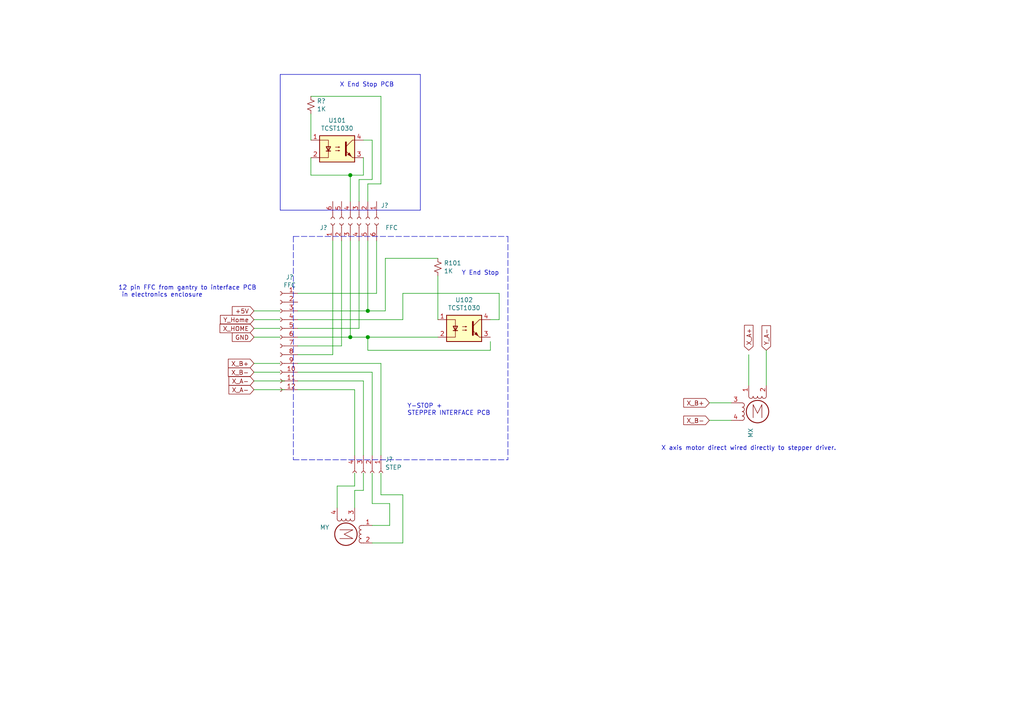
<source format=kicad_sch>
(kicad_sch (version 20210621) (generator eeschema)
  (paper "A4")
  (title_block (title "K40 Laser Gantry wiring") (date "2021-07-31") (rev "1") (company "Hobart Makers") (comment 1 "Geoff Steer") (comment 3 "Circuit diagram copied from https://donsthings.blogspot.com"))
  (lib_symbols
    (symbol "Connector:Conn_01x04_Female" (pin_names (offset 1.016) hide)
      (property "Reference" "J" (at 0 5.08 0))
      (property "Value" "Conn_01x04_Female" (at 0 -7.62 0))
      (symbol "Conn_01x04_Female_1_1"
        (arc (start 0 -4.572) (end 0 -5.588) (radius (at 0 -5.08) (length 0.508) (angles 90.1 -90.1)) (stroke (width 0.1524)))
        (arc (start 0 -2.032) (end 0 -3.048) (radius (at 0 -2.54) (length 0.508) (angles 90.1 -90.1)) (stroke (width 0.1524)))
        (arc (start 0 0.508) (end 0 -0.508) (radius (at 0 0) (length 0.508) (angles 90.1 -90.1)) (stroke (width 0.1524)))
        (arc (start 0 3.048) (end 0 2.032) (radius (at 0 2.54) (length 0.508) (angles 90.1 -90.1)) (stroke (width 0.1524)))
        (polyline (pts (xy -1.27 -5.08) (xy -0.508 -5.08)) (stroke (width 0.1524)))
        (polyline (pts (xy -1.27 -2.54) (xy -0.508 -2.54)) (stroke (width 0.1524)))
        (polyline (pts (xy -1.27 0) (xy -0.508 0)) (stroke (width 0.1524)))
        (polyline (pts (xy -1.27 2.54) (xy -0.508 2.54)) (stroke (width 0.1524)))
        (pin passive line (at -5.08 2.54 0) (length 3.81) (name "Pin_1") (number "1"))
        (pin passive line (at -5.08 0 0) (length 3.81) (name "Pin_2") (number "2"))
        (pin passive line (at -5.08 -2.54 0) (length 3.81) (name "Pin_3") (number "3"))
        (pin passive line (at -5.08 -5.08 0) (length 3.81) (name "Pin_4") (number "4"))
      )
    )
    (symbol "Connector:Conn_01x06_Female" (pin_names (offset 1.016) hide)
      (property "Reference" "J" (at 0 7.62 0))
      (property "Value" "Conn_01x06_Female" (at 0 -10.16 0))
      (symbol "Conn_01x06_Female_1_1"
        (arc (start 0 -7.112) (end 0 -8.128) (radius (at 0 -7.62) (length 0.508) (angles 90.1 -90.1)) (stroke (width 0.1524)))
        (arc (start 0 -4.572) (end 0 -5.588) (radius (at 0 -5.08) (length 0.508) (angles 90.1 -90.1)) (stroke (width 0.1524)))
        (arc (start 0 -2.032) (end 0 -3.048) (radius (at 0 -2.54) (length 0.508) (angles 90.1 -90.1)) (stroke (width 0.1524)))
        (arc (start 0 0.508) (end 0 -0.508) (radius (at 0 0) (length 0.508) (angles 90.1 -90.1)) (stroke (width 0.1524)))
        (arc (start 0 3.048) (end 0 2.032) (radius (at 0 2.54) (length 0.508) (angles 90.1 -90.1)) (stroke (width 0.1524)))
        (arc (start 0 5.588) (end 0 4.572) (radius (at 0 5.08) (length 0.508) (angles 90.1 -90.1)) (stroke (width 0.1524)))
        (polyline (pts (xy -1.27 -7.62) (xy -0.508 -7.62)) (stroke (width 0.1524)))
        (polyline (pts (xy -1.27 -5.08) (xy -0.508 -5.08)) (stroke (width 0.1524)))
        (polyline (pts (xy -1.27 -2.54) (xy -0.508 -2.54)) (stroke (width 0.1524)))
        (polyline (pts (xy -1.27 0) (xy -0.508 0)) (stroke (width 0.1524)))
        (polyline (pts (xy -1.27 2.54) (xy -0.508 2.54)) (stroke (width 0.1524)))
        (polyline (pts (xy -1.27 5.08) (xy -0.508 5.08)) (stroke (width 0.1524)))
        (pin passive line (at -5.08 5.08 0) (length 3.81) (name "Pin_1") (number "1"))
        (pin passive line (at -5.08 2.54 0) (length 3.81) (name "Pin_2") (number "2"))
        (pin passive line (at -5.08 0 0) (length 3.81) (name "Pin_3") (number "3"))
        (pin passive line (at -5.08 -2.54 0) (length 3.81) (name "Pin_4") (number "4"))
        (pin passive line (at -5.08 -5.08 0) (length 3.81) (name "Pin_5") (number "5"))
        (pin passive line (at -5.08 -7.62 0) (length 3.81) (name "Pin_6") (number "6"))
      )
    )
    (symbol "Connector:Conn_01x12_Female" (pin_names (offset 1.016) hide)
      (property "Reference" "J" (at 0 15.24 0))
      (property "Value" "Conn_01x12_Female" (at 0 -17.78 0))
      (symbol "Conn_01x12_Female_1_1"
        (arc (start 0 -14.732) (end 0 -15.748) (radius (at 0 -15.24) (length 0.508) (angles 90.1 -90.1)) (stroke (width 0.1524)))
        (arc (start 0 -12.192) (end 0 -13.208) (radius (at 0 -12.7) (length 0.508) (angles 90.1 -90.1)) (stroke (width 0.1524)))
        (arc (start 0 -9.652) (end 0 -10.668) (radius (at 0 -10.16) (length 0.508) (angles 90.1 -90.1)) (stroke (width 0.1524)))
        (arc (start 0 -7.112) (end 0 -8.128) (radius (at 0 -7.62) (length 0.508) (angles 90.1 -90.1)) (stroke (width 0.1524)))
        (arc (start 0 -4.572) (end 0 -5.588) (radius (at 0 -5.08) (length 0.508) (angles 90.1 -90.1)) (stroke (width 0.1524)))
        (arc (start 0 -2.032) (end 0 -3.048) (radius (at 0 -2.54) (length 0.508) (angles 90.1 -90.1)) (stroke (width 0.1524)))
        (arc (start 0 0.508) (end 0 -0.508) (radius (at 0 0) (length 0.508) (angles 90.1 -90.1)) (stroke (width 0.1524)))
        (arc (start 0 3.048) (end 0 2.032) (radius (at 0 2.54) (length 0.508) (angles 90.1 -90.1)) (stroke (width 0.1524)))
        (arc (start 0 5.588) (end 0 4.572) (radius (at 0 5.08) (length 0.508) (angles 90.1 -90.1)) (stroke (width 0.1524)))
        (arc (start 0 8.128) (end 0 7.112) (radius (at 0 7.62) (length 0.508) (angles 90.1 -90.1)) (stroke (width 0.1524)))
        (arc (start 0 10.668) (end 0 9.652) (radius (at 0 10.16) (length 0.508) (angles 90.1 -90.1)) (stroke (width 0.1524)))
        (arc (start 0 13.208) (end 0 12.192) (radius (at 0 12.7) (length 0.508) (angles 90.1 -90.1)) (stroke (width 0.1524)))
        (polyline (pts (xy -1.27 -15.24) (xy -0.508 -15.24)) (stroke (width 0.1524)))
        (polyline (pts (xy -1.27 -12.7) (xy -0.508 -12.7)) (stroke (width 0.1524)))
        (polyline (pts (xy -1.27 -10.16) (xy -0.508 -10.16)) (stroke (width 0.1524)))
        (polyline (pts (xy -1.27 -7.62) (xy -0.508 -7.62)) (stroke (width 0.1524)))
        (polyline (pts (xy -1.27 -5.08) (xy -0.508 -5.08)) (stroke (width 0.1524)))
        (polyline (pts (xy -1.27 -2.54) (xy -0.508 -2.54)) (stroke (width 0.1524)))
        (polyline (pts (xy -1.27 0) (xy -0.508 0)) (stroke (width 0.1524)))
        (polyline (pts (xy -1.27 2.54) (xy -0.508 2.54)) (stroke (width 0.1524)))
        (polyline (pts (xy -1.27 5.08) (xy -0.508 5.08)) (stroke (width 0.1524)))
        (polyline (pts (xy -1.27 7.62) (xy -0.508 7.62)) (stroke (width 0.1524)))
        (polyline (pts (xy -1.27 10.16) (xy -0.508 10.16)) (stroke (width 0.1524)))
        (polyline (pts (xy -1.27 12.7) (xy -0.508 12.7)) (stroke (width 0.1524)))
        (pin passive line (at -5.08 12.7 0) (length 3.81) (name "Pin_1") (number "1"))
        (pin passive line (at -5.08 -10.16 0) (length 3.81) (name "Pin_10") (number "10"))
        (pin passive line (at -5.08 -12.7 0) (length 3.81) (name "Pin_11") (number "11"))
        (pin passive line (at -5.08 -15.24 0) (length 3.81) (name "Pin_12") (number "12"))
        (pin passive line (at -5.08 10.16 0) (length 3.81) (name "Pin_2") (number "2"))
        (pin passive line (at -5.08 7.62 0) (length 3.81) (name "Pin_3") (number "3"))
        (pin passive line (at -5.08 5.08 0) (length 3.81) (name "Pin_4") (number "4"))
        (pin passive line (at -5.08 2.54 0) (length 3.81) (name "Pin_5") (number "5"))
        (pin passive line (at -5.08 0 0) (length 3.81) (name "Pin_6") (number "6"))
        (pin passive line (at -5.08 -2.54 0) (length 3.81) (name "Pin_7") (number "7"))
        (pin passive line (at -5.08 -5.08 0) (length 3.81) (name "Pin_8") (number "8"))
        (pin passive line (at -5.08 -7.62 0) (length 3.81) (name "Pin_9") (number "9"))
      )
    )
    (symbol "Device:R_Small_US" (pin_numbers hide) (pin_names (offset 0.254) hide)
      (property "Reference" "R" (at 0.762 0.508 0))
      (property "Value" "R_Small_US" (at 0.762 -1.016 0))
      (symbol "R_Small_US_1_1"
        (polyline (pts (xy 0 0) (xy 1.016 -0.381) (xy 0 -0.762) (xy -1.016 -1.143) (xy 0 -1.524)))
        (polyline (pts (xy 0 1.524) (xy 1.016 1.143) (xy 0 0.762) (xy -1.016 0.381) (xy 0 0)))
        (pin passive line (at 0 2.54 270) (length 1.016) (name "~") (number "1"))
        (pin passive line (at 0 -2.54 90) (length 1.016) (name "~") (number "2"))
      )
    )
    (symbol "Isolator:EL817" (pin_names (offset 1.016))
      (property "Reference" "U" (at -5.08 5.08 0))
      (property "Value" "EL817" (at 0 5.08 0))
      (symbol "EL817_0_1"
        (rectangle (start -5.08 3.81) (end 5.08 -3.81) (stroke (width 0.254)) (fill (type background)))
        (polyline (pts (xy -3.175 -0.635) (xy -1.905 -0.635)) (stroke (width 0.254)))
        (polyline (pts (xy 2.54 0.635) (xy 4.445 2.54)))
        (polyline (pts (xy 4.445 -2.54) (xy 5.08 -2.54)))
        (polyline (pts (xy 4.445 2.54) (xy 5.08 2.54)))
        (polyline (pts (xy -5.08 2.54) (xy -2.54 2.54) (xy -2.54 -0.635)))
        (polyline (pts (xy -2.54 -0.635) (xy -2.54 -2.54) (xy -5.08 -2.54)))
        (polyline (pts (xy 2.54 1.905) (xy 2.54 -1.905) (xy 2.54 -1.905)) (stroke (width 0.508)))
        (polyline (pts (xy -2.54 -0.635) (xy -3.175 0.635) (xy -1.905 0.635) (xy -2.54 -0.635)) (stroke (width 0.254)))
        (polyline (pts (xy -0.508 -0.508) (xy 0.762 -0.508) (xy 0.381 -0.635) (xy 0.381 -0.381) (xy 0.762 -0.508)))
        (polyline (pts (xy -0.508 0.508) (xy 0.762 0.508) (xy 0.381 0.381) (xy 0.381 0.635) (xy 0.762 0.508)))
        (polyline (pts (xy 4.445 -2.54) (xy 2.54 -0.635)) (fill (type outline)))
        (polyline (pts (xy 3.048 -1.651) (xy 3.556 -1.143) (xy 4.064 -2.159) (xy 3.048 -1.651) (xy 3.048 -1.651)) (fill (type outline)))
      )
      (symbol "EL817_1_1"
        (pin passive line (at -7.62 2.54 0) (length 2.54) (name "~") (number "1"))
        (pin passive line (at -7.62 -2.54 0) (length 2.54) (name "~") (number "2"))
        (pin passive line (at 7.62 -2.54 180) (length 2.54) (name "~") (number "3"))
        (pin passive line (at 7.62 2.54 180) (length 2.54) (name "~") (number "4"))
      )
    )
    (symbol "Motor:Stepper_Motor_bipolar" (pin_names (offset 0) hide)
      (property "Reference" "M" (at 3.81 2.54 0))
      (property "Value" "Stepper_Motor_bipolar" (at 3.81 1.27 0))
      (symbol "Stepper_Motor_bipolar_0_0"
        (polyline (pts (xy -1.27 -1.778) (xy -1.27 2.032) (xy 0 -0.508) (xy 1.27 2.032) (xy 1.27 -1.778)))
      )
      (symbol "Stepper_Motor_bipolar_0_1"
        (arc (start -4.445 -2.54) (end -4.445 -1.27) (radius (at -4.445 -1.905) (length 0.635) (angles -89.9 89.9)))
        (arc (start -4.445 -1.27) (end -4.445 0) (radius (at -4.445 -0.635) (length 0.635) (angles -89.9 89.9)))
        (arc (start -4.445 0) (end -4.445 1.27) (radius (at -4.445 0.635) (length 0.635) (angles -89.9 89.9)))
        (arc (start -4.445 1.27) (end -4.445 2.54) (radius (at -4.445 1.905) (length 0.635) (angles -89.9 89.9)))
        (arc (start -2.54 4.445) (end -1.27 4.445) (radius (at -1.905 4.445) (length 0.635) (angles -179.9 -0.1)))
        (arc (start -1.27 4.445) (end 0 4.445) (radius (at -0.635 4.445) (length 0.635) (angles -179.9 -0.1)))
        (arc (start 0 4.445) (end 1.27 4.445) (radius (at 0.635 4.445) (length 0.635) (angles -179.9 -0.1)))
        (arc (start 1.27 4.445) (end 2.54 4.445) (radius (at 1.905 4.445) (length 0.635) (angles -179.9 -0.1)))
        (circle (center 0 0) (radius 3.2512) (stroke (width 0.254)))
        (polyline (pts (xy -5.08 -2.54) (xy -4.445 -2.54)))
        (polyline (pts (xy -5.08 2.54) (xy -4.445 2.54)))
        (polyline (pts (xy -2.54 5.08) (xy -2.54 4.445)))
        (polyline (pts (xy 2.54 5.08) (xy 2.54 4.445)))
      )
      (symbol "Stepper_Motor_bipolar_1_1"
        (pin passive line (at -2.54 7.62 270) (length 2.54) (name "~") (number "1"))
        (pin passive line (at 2.54 7.62 270) (length 2.54) (name "-") (number "2"))
        (pin passive line (at -7.62 2.54 0) (length 2.54) (name "~") (number "3"))
        (pin passive line (at -7.62 -2.54 0) (length 2.54) (name "~") (number "4"))
      )
    )
  )
  (junction (at 101.6 50.8) (diameter 1.016))
  (junction (at 101.6 97.79) (diameter 1.016))
  (junction (at 106.68 90.17) (diameter 1.016))
  (junction (at 106.68 97.79) (diameter 1.016))
  (wire (pts (xy 73.66 92.71) (xy 81.28 92.71)))
  (wire (pts (xy 73.66 95.25) (xy 81.28 95.25)))
  (wire (pts (xy 73.66 97.79) (xy 81.28 97.79)))
  (wire (pts (xy 73.66 105.41) (xy 81.28 105.41)))
  (wire (pts (xy 73.66 107.95) (xy 81.28 107.95)))
  (wire (pts (xy 73.66 110.49) (xy 82.55 110.49)))
  (wire (pts (xy 73.66 113.03) (xy 82.55 113.03)))
  (wire (pts (xy 81.28 90.17) (xy 73.66 90.17)))
  (wire (pts (xy 86.36 90.17) (xy 106.68 90.17)))
  (wire (pts (xy 86.36 97.79) (xy 101.6 97.79)))
  (wire (pts (xy 86.36 105.41) (xy 110.49 105.41)))
  (wire (pts (xy 86.36 107.95) (xy 107.95 107.95)))
  (wire (pts (xy 86.36 110.49) (xy 105.41 110.49)))
  (wire (pts (xy 86.36 113.03) (xy 102.87 113.03)))
  (wire (pts (xy 90.17 27.94) (xy 110.49 27.94)))
  (wire (pts (xy 90.17 40.64) (xy 90.17 33.02)))
  (wire (pts (xy 90.17 45.72) (xy 90.17 50.8)))
  (wire (pts (xy 90.17 50.8) (xy 101.6 50.8)))
  (wire (pts (xy 96.52 69.85) (xy 96.52 102.87)))
  (wire (pts (xy 96.52 102.87) (xy 86.36 102.87)))
  (wire (pts (xy 97.79 140.97) (xy 97.79 147.32)))
  (wire (pts (xy 99.06 69.85) (xy 99.06 100.33)))
  (wire (pts (xy 99.06 100.33) (xy 86.36 100.33)))
  (wire (pts (xy 101.6 50.8) (xy 101.6 58.42)))
  (wire (pts (xy 101.6 69.85) (xy 101.6 97.79)))
  (wire (pts (xy 101.6 97.79) (xy 106.68 97.79)))
  (wire (pts (xy 102.87 113.03) (xy 102.87 132.08)))
  (wire (pts (xy 102.87 137.16) (xy 102.87 140.97)))
  (wire (pts (xy 102.87 140.97) (xy 97.79 140.97)))
  (wire (pts (xy 102.87 142.24) (xy 102.87 147.32)))
  (wire (pts (xy 104.14 52.07) (xy 104.14 58.42)))
  (wire (pts (xy 104.14 69.85) (xy 104.14 95.25)))
  (wire (pts (xy 104.14 95.25) (xy 86.36 95.25)))
  (wire (pts (xy 105.41 40.64) (xy 107.95 40.64)))
  (wire (pts (xy 105.41 45.72) (xy 105.41 50.8)))
  (wire (pts (xy 105.41 50.8) (xy 101.6 50.8)))
  (wire (pts (xy 105.41 110.49) (xy 105.41 132.08)))
  (wire (pts (xy 105.41 137.16) (xy 105.41 142.24)))
  (wire (pts (xy 105.41 142.24) (xy 102.87 142.24)))
  (wire (pts (xy 106.68 53.34) (xy 106.68 58.42)))
  (wire (pts (xy 106.68 69.85) (xy 106.68 90.17)))
  (wire (pts (xy 106.68 90.17) (xy 111.76 90.17)))
  (wire (pts (xy 106.68 97.79) (xy 127 97.79)))
  (wire (pts (xy 106.68 101.6) (xy 106.68 97.79)))
  (wire (pts (xy 107.95 40.64) (xy 107.95 52.07)))
  (wire (pts (xy 107.95 52.07) (xy 104.14 52.07)))
  (wire (pts (xy 107.95 107.95) (xy 107.95 132.08)))
  (wire (pts (xy 107.95 137.16) (xy 107.95 146.05)))
  (wire (pts (xy 107.95 146.05) (xy 113.03 146.05)))
  (wire (pts (xy 107.95 157.48) (xy 116.84 157.48)))
  (wire (pts (xy 109.22 69.85) (xy 109.22 85.09)))
  (wire (pts (xy 109.22 85.09) (xy 86.36 85.09)))
  (wire (pts (xy 110.49 27.94) (xy 110.49 53.34)))
  (wire (pts (xy 110.49 53.34) (xy 106.68 53.34)))
  (wire (pts (xy 110.49 105.41) (xy 110.49 132.08)))
  (wire (pts (xy 110.49 143.51) (xy 110.49 137.16)))
  (wire (pts (xy 111.76 74.93) (xy 127 74.93)))
  (wire (pts (xy 111.76 90.17) (xy 111.76 74.93)))
  (wire (pts (xy 113.03 146.05) (xy 113.03 152.4)))
  (wire (pts (xy 113.03 152.4) (xy 107.95 152.4)))
  (wire (pts (xy 116.84 85.09) (xy 116.84 92.71)))
  (wire (pts (xy 116.84 92.71) (xy 86.36 92.71)))
  (wire (pts (xy 116.84 143.51) (xy 110.49 143.51)))
  (wire (pts (xy 116.84 157.48) (xy 116.84 143.51)))
  (wire (pts (xy 127 80.01) (xy 127 92.71)))
  (wire (pts (xy 142.24 92.71) (xy 144.78 92.71)))
  (wire (pts (xy 142.24 99.06) (xy 142.24 101.6)))
  (wire (pts (xy 142.24 101.6) (xy 106.68 101.6)))
  (wire (pts (xy 144.78 85.09) (xy 116.84 85.09)))
  (wire (pts (xy 144.78 92.71) (xy 144.78 85.09)))
  (wire (pts (xy 205.74 116.84) (xy 212.09 116.84)))
  (wire (pts (xy 212.09 121.92) (xy 205.74 121.92)))
  (wire (pts (xy 217.17 102.87) (xy 217.17 111.76)))
  (wire (pts (xy 222.25 101.6) (xy 222.25 111.76)))
  (polyline (pts (xy 81.28 21.59) (xy 81.28 60.96)) (stroke (width 0) (type solid)))
  (polyline (pts (xy 81.28 60.96) (xy 121.92 60.96)) (stroke (width 0) (type solid)))
  (polyline (pts (xy 85.09 68.58) (xy 85.09 133.35)) (stroke (width 0) (type dash)))
  (polyline (pts (xy 85.09 68.58) (xy 147.32 68.58)) (stroke (width 0) (type dash)))
  (polyline (pts (xy 85.09 133.35) (xy 147.32 133.35)) (stroke (width 0) (type dash)))
  (polyline (pts (xy 121.92 21.59) (xy 81.28 21.59)) (stroke (width 0) (type solid)))
  (polyline (pts (xy 121.92 60.96) (xy 121.92 21.59)) (stroke (width 0) (type solid)))
  (polyline (pts (xy 147.32 68.58) (xy 147.32 133.35)) (stroke (width 0) (type dash)))
  (text "12 pin FFC from gantry to interface PCB\n in electronics enclosure" (at 34.29 86.36 0) (effects (font (size 1.27 1.27)) (justify left bottom)))
  (text "X End Stop PCB" (at 114.3 25.4 180) (effects (font (size 1.27 1.27)) (justify right bottom)))
  (text "Y-STOP + \nSTEPPER INTERFACE PCB" (at 118.11 120.65 0) (effects (font (size 1.27 1.27)) (justify left bottom)))
  (text "Y End Stop" (at 144.78 80.01 180) (effects (font (size 1.27 1.27)) (justify right bottom)))
  (text "X axis motor direct wired directly to stepper driver." (at 191.77 130.81 0) (effects (font (size 1.27 1.27)) (justify left bottom)))
  (global_label "+5V" (shape input) (at 73.66 90.17 180) (property "Intersheet References" "${INTERSHEET_REFS}" (effects hide)))
  (global_label "Y_Home" (shape input) (at 73.66 92.71 180) (property "Intersheet References" "${INTERSHEET_REFS}" (effects hide)))
  (global_label "X_HOME" (shape input) (at 73.66 95.25 180) (property "Intersheet References" "${INTERSHEET_REFS}" (effects hide)))
  (global_label "GND" (shape input) (at 73.66 97.79 180) (property "Intersheet References" "${INTERSHEET_REFS}" (effects hide)))
  (global_label "X_B+" (shape input) (at 73.66 105.41 180) (property "Intersheet References" "${INTERSHEET_REFS}" (effects hide)))
  (global_label "X_B-" (shape input) (at 73.66 107.95 180) (property "Intersheet References" "${INTERSHEET_REFS}" (effects hide)))
  (global_label "X_A-" (shape input) (at 73.66 110.49 180) (property "Intersheet References" "${INTERSHEET_REFS}" (effects hide)))
  (global_label "X_A-" (shape input) (at 73.66 113.03 180) (property "Intersheet References" "${INTERSHEET_REFS}" (effects hide)))
  (global_label "X_B+" (shape input) (at 205.74 116.84 180) (property "Intersheet References" "${INTERSHEET_REFS}" (effects hide)))
  (global_label "X_B-" (shape input) (at 205.74 121.92 180) (property "Intersheet References" "${INTERSHEET_REFS}" (effects hide)))
  (global_label "X_A+" (shape input) (at 217.17 101.6 90) (property "Intersheet References" "${INTERSHEET_REFS}" (effects hide)))
  (global_label "Y_A-" (shape input) (at 222.25 101.6 90) (property "Intersheet References" "${INTERSHEET_REFS}" (effects hide)))
  (symbol (lib_id "Device:R_Small_US") (at 90.17 30.48 0) (unit 1)
    (property "Reference" "R?" (at 91.8972 29.3116 0) (effects (justify left)))
    (property "Value" "1K" (at 91.8972 31.623 0) (effects (justify left)))
  )
  (symbol (lib_id "Device:R_Small_US") (at 127 77.47 0) (unit 1)
    (property "Reference" "R101" (at 128.7272 76.3016 0) (effects (justify left)))
    (property "Value" "1K" (at 128.7272 78.613 0) (effects (justify left)))
  )
  (symbol (lib_id "Connector:Conn_01x04_Female") (at 107.95 137.16 270) (unit 1)
    (property "Reference" "J?" (at 111.7092 133.2484 90) (effects (justify left)))
    (property "Value" "STEP" (at 111.7092 135.5598 90) (effects (justify left)))
  )
  (symbol (lib_id "Connector:Conn_01x06_Female") (at 101.6 64.77 90) (unit 1)
    (property "Reference" "J?" (at 92.71 66.04 90) (effects (justify right)))
    (property "Value" "FFC " (at 111.76 66.04 90) (effects (justify right)))
  )
  (symbol (lib_id "Connector:Conn_01x06_Female") (at 104.14 63.5 270) (unit 1)
    (property "Reference" "J?" (at 110.4392 59.5884 90) (effects (justify left)))
    (property "Value" "Conn_01x06_Female" (effects hide))
  )
  (symbol (lib_id "Isolator:EL817") (at 97.79 43.18 0) (unit 1)
    (property "Reference" "U101" (at 97.79 34.925 0))
    (property "Value" "TCST1030" (at 97.79 37.2364 0))
    (property "Footprint" "Package_DIP:DIP-4_W7.62mm" (effects hide))
    (property "Datasheet" "http://www.everlight.com/file/ProductFile/EL817.pdf" (effects hide))
  )
  (symbol (lib_id "Isolator:EL817") (at 134.62 95.25 0) (unit 1)
    (property "Reference" "U102" (at 134.62 86.995 0))
    (property "Value" "TCST1030" (at 134.62 89.3064 0))
    (property "Footprint" "Package_DIP:DIP-4_W7.62mm" (effects hide))
    (property "Datasheet" "http://www.everlight.com/file/ProductFile/EL817.pdf" (effects hide))
  )
  (symbol (lib_id "Motor:Stepper_Motor_bipolar") (at 100.33 154.94 270) (unit 1)
    (property "Reference" "MY" (at 95.5548 152.9588 90) (effects (justify right)))
    (property "Value" "Stepper_Motor_bipolar" (effects hide))
    (property "Datasheet" "http://www.infineon.com/dgdl/Application-Note-TLE8110EE_driving_UniPolarStepperMotor_V1.1.pdf?fileId=db3a30431be39b97011be5d0aa0a00b0" (effects hide))
  )
  (symbol (lib_id "Motor:Stepper_Motor_bipolar") (at 219.71 119.38 0) (unit 1)
    (property "Reference" "MX" (at 217.7288 124.1298 90) (effects (justify right)))
    (property "Value" "Stepper_Motor_bipolar" (effects hide))
    (property "Datasheet" "http://www.infineon.com/dgdl/Application-Note-TLE8110EE_driving_UniPolarStepperMotor_V1.1.pdf?fileId=db3a30431be39b97011be5d0aa0a00b0" (effects hide))
  )
  (symbol (lib_id "Connector:Conn_01x12_Female") (at 81.28 97.79 0) (mirror y) (unit 1)
    (property "Reference" "J?" (at 84.0232 80.391 0))
    (property "Value" "FFC" (at 84.0232 82.7024 0))
  )
)
</source>
